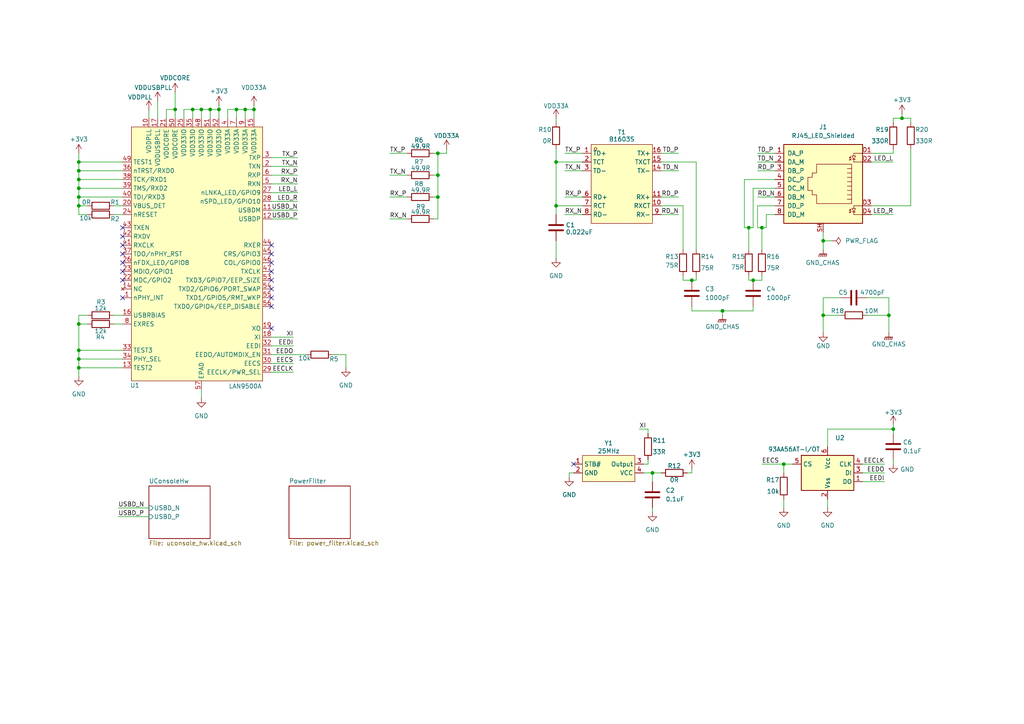
<source format=kicad_sch>
(kicad_sch (version 20250114) (generator "eeschema") (generator_version "9.0")
  (paper "A4")
  (lib_symbols
    (symbol "Device:C" (pin_numbers (hide yes)) (pin_names (offset 0.254))
      (property "Reference" "C" (at 0.635 2.54 0))
      (property "Value" "C" (at 0.635 -2.54 0))
      (symbol "C_0_1"
        (polyline (pts (xy -2.032 0.762) (xy 2.032 0.762)) (stroke (width 0.508)))
        (polyline (pts (xy -2.032 -0.762) (xy 2.032 -0.762)) (stroke (width 0.508)))
      )
      (symbol "C_1_1"
        (pin passive line (at 0 3.81 270) (length 2.794) (name "~") (number "1"))
        (pin passive line (at 0 -3.81 90) (length 2.794) (name "~") (number "2"))
      )
    )
    (symbol "Device:R" (pin_numbers (hide yes)) (pin_names (offset 0))
      (property "Reference" "R" (at 2.032 0 90))
      (property "Value" "R" (at 0 0 90))
      (symbol "R_0_1"
        (rectangle (start -1.016 -2.54) (end 1.016 2.54) (stroke (width 0.254)))
      )
      (symbol "R_1_1"
        (pin passive line (at 0 3.81 270) (length 1.27) (name "~") (number "1"))
        (pin passive line (at 0 -3.81 90) (length 1.27) (name "~") (number "2"))
      )
    )
    (symbol "Memory_EEPROM:93AAxxAT-xOT"
      (property "Reference" "U" (at -7.62 6.35 0))
      (property "Value" "93AAxxAT-xOT" (at 1.27 6.35 0))
      (symbol "93AAxxAT-xOT_1_1"
        (rectangle (start -7.62 5.08) (end 7.62 -5.08) (stroke (width 0.254)) (fill (type background)))
        (pin input line (at -10.16 2.54 0) (length 2.54) (name "CS") (number "5"))
        (pin power_in line (at 0 7.62 270) (length 2.54) (name "Vcc") (number "6"))
        (pin power_in line (at 0 -7.62 90) (length 2.54) (name "Vss") (number "2"))
        (pin input line (at 10.16 2.54 180) (length 2.54) (name "CLK") (number "4"))
        (pin input line (at 10.16 0 180) (length 2.54) (name "DI") (number "3"))
        (pin tri_state line (at 10.16 -2.54 180) (length 2.54) (name "DO") (number "1"))
      )
    )
    (symbol "power:+3V3" (power) (pin_numbers (hide yes)) (pin_names (offset 0) (hide yes))
      (property "Value" "+3V3" (at 0 3.556 0))
      (symbol "+3V3_0_1"
        (polyline (pts (xy -0.762 1.27) (xy 0 2.54)))
        (polyline (pts (xy 0 2.54) (xy 0.762 1.27)))
        (polyline (pts (xy 0 0) (xy 0 2.54)))
      )
      (symbol "+3V3_1_1"
        (pin power_in line (at 0 0 90) (length 0) (name "~") (number "1"))
      )
    )
    (symbol "power:GND" (power) (pin_numbers (hide yes)) (pin_names (offset 0) (hide yes))
      (property "Value" "GND" (at 0 -3.81 0))
      (symbol "GND_0_1"
        (polyline (pts (xy 0 0) (xy 0 -1.27) (xy 1.27 -1.27) (xy 0 -2.54) (xy -1.27 -1.27) (xy 0 -1.27)))
      )
      (symbol "GND_1_1"
        (pin power_in line (at 0 0 270) (length 0) (name "~") (number "1"))
      )
    )
    (symbol "power:GNDPWR" (power) (pin_numbers (hide yes)) (pin_names (offset 0) (hide yes))
      (property "Value" "GNDPWR" (at 0 -3.302 0))
      (symbol "GNDPWR_0_1"
        (polyline (pts (xy -1.016 -1.27) (xy -1.27 -2.032) (xy -1.27 -2.032)) (stroke (width 0.2032)))
        (polyline (pts (xy -0.508 -1.27) (xy -0.762 -2.032) (xy -0.762 -2.032)) (stroke (width 0.2032)))
        (polyline (pts (xy 0 -1.27) (xy 0 0)))
        (polyline (pts (xy 0 -1.27) (xy -0.254 -2.032) (xy -0.254 -2.032)) (stroke (width 0.2032)))
        (polyline (pts (xy 0.508 -1.27) (xy 0.254 -2.032) (xy 0.254 -2.032)) (stroke (width 0.2032)))
        (polyline (pts (xy 1.016 -1.27) (xy -1.016 -1.27) (xy -1.016 -1.27)) (stroke (width 0.2032)))
        (polyline (pts (xy 1.016 -1.27) (xy 0.762 -2.032) (xy 0.762 -2.032) (xy 0.762 -2.032)) (stroke (width 0.2032)))
      )
      (symbol "GNDPWR_1_1"
        (pin power_in line (at 0 0 270) (length 0) (name "~") (number "1"))
      )
    )
    (symbol "power:PWR_FLAG" (power) (pin_numbers (hide yes)) (pin_names (offset 0) (hide yes))
      (property "Value" "PWR_FLAG" (at 0 3.81 0))
      (symbol "PWR_FLAG_0_0"
        (pin power_out line (at 0 0 90) (length 0) (name "~") (number "1"))
      )
      (symbol "PWR_FLAG_0_1"
        (polyline (pts (xy 0 0) (xy 0 1.27) (xy -1.016 1.905) (xy 0 2.54) (xy 1.016 1.905) (xy 0 1.27)))
      )
    )
    (symbol "uConsole:B1603S"
      (property "Reference" "L2" (at 0 16.256 0))
      (property "Value" "B1603S" (at 0 14.224 0))
      (symbol "B1603S_1_0"
        (rectangle (start -8.89 12.7) (end 8.89 -10.16) (fill (type background)))
        (circle (center -7.62 11.43) (radius 0.381))
        (pin passive line (at -11.43 10.16 0) (length 2.54) (name "TD+") (number "1"))
        (pin passive line (at -11.43 7.62 0) (length 2.54) (name "TCT") (number "2"))
        (pin passive line (at -11.43 5.08 0) (length 2.54) (name "TD-") (number "3"))
        (pin no_connect line (at -11.43 2.54 0) (length 2.54) (hide yes) (name "NC") (number "4"))
        (pin no_connect line (at -11.43 0 0) (length 2.54) (hide yes) (name "NC") (number "5"))
        (pin passive line (at -11.43 -2.54 0) (length 2.54) (name "RD+") (number "6"))
        (pin passive line (at -11.43 -5.08 0) (length 2.54) (name "RCT") (number "7"))
        (pin passive line (at -11.43 -7.62 0) (length 2.54) (name "RD-") (number "8"))
        (pin passive line (at 11.43 10.16 180) (length 2.54) (name "TX+") (number "16"))
        (pin passive line (at 11.43 7.62 180) (length 2.54) (name "TXCT") (number "15"))
        (pin passive line (at 11.43 5.08 180) (length 2.54) (name "TX-") (number "14"))
        (pin no_connect line (at 11.43 2.54 180) (length 2.54) (hide yes) (name "NC") (number "13"))
        (pin no_connect line (at 11.43 0 180) (length 2.54) (hide yes) (name "NC") (number "12"))
        (pin passive line (at 11.43 -2.54 180) (length 2.54) (name "RX+") (number "11"))
        (pin passive line (at 11.43 -5.08 180) (length 2.54) (name "RXCT") (number "10"))
        (pin passive line (at 11.43 -7.62 180) (length 2.54) (name "RX-") (number "9"))
      )
    )
    (symbol "uConsole:DSC1001CI2-025.0000T"
      (property "Reference" "U" (at 0 7.112 0))
      (property "Value" "25MHz" (at 0 5.08 0))
      (symbol "DSC1001CI2-025.0000T_1_0"
        (rectangle (start -7.62 3.81) (end 7.62 -3.81) (fill (type background)))
        (pin input line (at -10.16 1.27 0) (length 2.54) (name "STB#") (number "1"))
        (pin power_in line (at -10.16 -1.27 0) (length 2.54) (name "GND") (number "2"))
        (pin output line (at 10.16 1.27 180) (length 2.54) (name "Output") (number "3"))
        (pin input line (at 10.16 -1.27 180) (length 2.54) (name "VCC") (number "4"))
      )
    )
    (symbol "uConsole:LAN9500A-ABZJ-TR_1"
      (property "Reference" "U" (at -18.288 -38.1 0))
      (symbol "LAN9500A-ABZJ-TR_1_1_0"
        (rectangle (start -19.05 36.83) (end 19.05 -36.83) (fill (type background)))
        (pin input line (at -21.59 26.67 0) (length 2.54) (name "TEST1") (number "49"))
        (pin input line (at -21.59 24.13 0) (length 2.54) (name "nTRST/RXD0") (number "36"))
        (pin input line (at -21.59 21.59 0) (length 2.54) (name "TCK/RXD1") (number "38"))
        (pin input line (at -21.59 19.05 0) (length 2.54) (name "TMS/RXD2") (number "39"))
        (pin input line (at -21.59 16.51 0) (length 2.54) (name "TDI/RXD3") (number "40"))
        (pin input line (at -21.59 13.97 0) (length 2.54) (name "VBUS_DET") (number "20"))
        (pin input line (at -21.59 11.43 0) (length 2.54) (name "nRESET") (number "24"))
        (pin input line (at -21.59 7.62 0) (length 2.54) (name "TXEN") (number "43"))
        (pin unspecified line (at -21.59 5.08 0) (length 2.54) (name "RXDV") (number "42"))
        (pin unspecified line (at -21.59 2.54 0) (length 2.54) (name "RXCLK") (number "41"))
        (pin unspecified line (at -21.59 0 0) (length 2.54) (name "TDO/nPHY_RST") (number "37"))
        (pin unspecified line (at -21.59 -2.54 0) (length 2.54) (name "nFDX_LED/GPIO8") (number "26"))
        (pin unspecified line (at -21.59 -5.08 0) (length 2.54) (name "MDIO/GPIO1") (number "23"))
        (pin unspecified line (at -21.59 -7.62 0) (length 2.54) (name "MDC/GPIO2") (number "22"))
        (pin no_connect line (at -21.59 -10.16 0) (length 2.54) (name "NC") (number "14"))
        (pin unspecified line (at -21.59 -12.7 0) (length 2.54) (name "nPHY_INT") (number "1"))
        (pin input line (at -21.59 -17.78 0) (length 2.54) (name "USBRBIAS") (number "16"))
        (pin input line (at -21.59 -20.32 0) (length 2.54) (name "EXRES") (number "8"))
        (pin input line (at -21.59 -27.94 0) (length 2.54) (name "TEST3") (number "33"))
        (pin input line (at -21.59 -30.48 0) (length 2.54) (name "PHY_SEL") (number "34"))
        (pin input line (at -21.59 -33.02 0) (length 2.54) (name "TEST2") (number "13"))
        (pin power_in line (at -13.97 39.37 270) (length 2.54) (name "VDDPLL") (number "10"))
        (pin power_in line (at -11.43 39.37 270) (length 2.54) (name "VDDUSBPLL") (number "17"))
        (pin power_in line (at -8.89 39.37 270) (length 2.54) (name "VDDCORE") (number "21"))
        (pin power_in line (at -6.35 39.37 270) (length 2.54) (name "VDDCORE") (number "50"))
        (pin power_in line (at -3.81 39.37 270) (length 2.54) (name "VDD33IO") (number "25"))
        (pin power_in line (at -1.27 39.37 270) (length 2.54) (name "VDD33IO") (number "35"))
        (pin power_in line (at 1.27 39.37 270) (length 2.54) (name "VDD33IO") (number "48"))
        (pin power_in line (at 1.27 -39.37 90) (length 2.54) (name "EPAD") (number "57"))
        (pin power_in line (at 3.81 39.37 270) (length 2.54) (name "VDD33IO") (number "51"))
        (pin power_in line (at 6.35 39.37 270) (length 2.54) (name "VDD33IO") (number "52"))
        (pin power_in line (at 8.89 39.37 270) (length 2.54) (name "VDD33A") (number "4"))
        (pin power_in line (at 11.43 39.37 270) (length 2.54) (name "VDD33A") (number "7"))
        (pin power_in line (at 13.97 39.37 270) (length 2.54) (name "VDD33A") (number "9"))
        (pin power_in line (at 16.51 39.37 270) (length 2.54) (name "VDD33A") (number "15"))
        (pin bidirectional line (at 21.59 27.94 180) (length 2.54) (name "TXP") (number "3"))
        (pin bidirectional line (at 21.59 25.4 180) (length 2.54) (name "TXN") (number "2"))
        (pin bidirectional line (at 21.59 22.86 180) (length 2.54) (name "RXP") (number "6"))
        (pin bidirectional line (at 21.59 20.32 180) (length 2.54) (name "RXN") (number "5"))
        (pin bidirectional line (at 21.59 17.78 180) (length 2.54) (name "nLNKA_LED/GPIO9") (number "27"))
        (pin bidirectional line (at 21.59 15.24 180) (length 2.54) (name "nSPD_LED/GPIO10") (number "28"))
        (pin bidirectional line (at 21.59 12.7 180) (length 2.54) (name "USBDM") (number "11"))
        (pin bidirectional line (at 21.59 10.16 180) (length 2.54) (name "USBDP") (number "12"))
        (pin bidirectional line (at 21.59 2.54 180) (length 2.54) (name "RXER") (number "44"))
        (pin bidirectional line (at 21.59 0 180) (length 2.54) (name "CRS/GPIO3") (number "45"))
        (pin bidirectional line (at 21.59 -2.54 180) (length 2.54) (name "COL/GPIO0") (number "46"))
        (pin bidirectional line (at 21.59 -5.08 180) (length 2.54) (name "TXCLK") (number "47"))
        (pin bidirectional line (at 21.59 -7.62 180) (length 2.54) (name "TXD3/GPIO7/EEP_SIZE") (number "53"))
        (pin bidirectional line (at 21.59 -10.16 180) (length 2.54) (name "TXD2/GPIO6/PORT_SWAP") (number "54"))
        (pin bidirectional line (at 21.59 -12.7 180) (length 2.54) (name "TXD1/GPIO5/RMT_WKP") (number "55"))
        (pin bidirectional line (at 21.59 -15.24 180) (length 2.54) (name "TXD0/GPIO4/EEP_DISABLE") (number "56"))
        (pin output line (at 21.59 -21.59 180) (length 2.54) (name "XO") (number "19"))
        (pin input line (at 21.59 -24.13 180) (length 2.54) (name "XI") (number "18"))
        (pin input line (at 21.59 -26.67 180) (length 2.54) (name "EEDI") (number "32"))
        (pin bidirectional line (at 21.59 -29.21 180) (length 2.54) (name "EEDO/AUTOMDIX_EN") (number "31"))
        (pin output line (at 21.59 -31.75 180) (length 2.54) (name "EECS") (number "30"))
        (pin bidirectional line (at 21.59 -34.29 180) (length 2.54) (name "EECLK/PWR_SEL") (number "29"))
      )
    )
    (symbol "uConsole:RJ45_LED_Shielded" (pin_names (offset 1.016))
      (property "Reference" "J" (at -0.254 14.732 0))
      (property "Value" "RJ45_LED_Shielded" (at 0 12.7 0))
      (symbol "RJ45_LED_Shielded_0_1"
        (rectangle (start -11.43 11.43) (end 11.43 -11.43) (stroke (width 0.254)) (fill (type background)))
        (polyline (pts (xy 6.985 -1.905) (xy 8.255 -1.905) (xy 8.255 -1.905)))
        (polyline (pts (xy 6.985 -3.175) (xy 8.255 -3.175)))
        (polyline (pts (xy 6.985 -4.445) (xy 8.255 -4.445)))
        (polyline (pts (xy 7.62 7.493) (xy 7.747 7.874)))
        (polyline (pts (xy 7.62 6.858) (xy 7.747 7.239)))
        (polyline (pts (xy 7.62 -7.747) (xy 7.747 -7.366)))
        (polyline (pts (xy 7.62 -8.382) (xy 7.747 -8.001)))
        (polyline (pts (xy 8.128 8.001) (xy 7.62 7.493) (xy 8.001 7.62)))
        (polyline (pts (xy 8.128 7.366) (xy 7.62 6.858) (xy 8.001 6.985)))
        (polyline (pts (xy 8.128 -7.239) (xy 7.62 -7.747) (xy 8.001 -7.62)))
        (polyline (pts (xy 8.128 -7.874) (xy 7.62 -8.382) (xy 8.001 -8.255)))
        (polyline (pts (xy 8.255 5.715) (xy 8.255 -5.715) (xy -1.905 -5.715) (xy -1.905 -3.175) (xy -3.175 -3.175) (xy -3.175 -1.905) (xy -4.445 -1.905) (xy -4.445 1.905) (xy -3.175 1.905) (xy -3.175 3.175) (xy -1.905 3.175) (xy -1.905 5.715) (xy 8.255 5.715) (xy 8.255 5.715)))
        (polyline (pts (xy 8.255 4.445) (xy 6.985 4.445) (xy 6.985 4.445)))
        (polyline (pts (xy 8.255 3.175) (xy 6.985 3.175) (xy 6.985 3.175)))
        (polyline (pts (xy 8.255 1.905) (xy 6.985 1.905) (xy 6.985 1.905)))
        (polyline (pts (xy 8.255 0.635) (xy 6.985 0.635) (xy 6.985 0.635)))
        (polyline (pts (xy 8.255 -0.635) (xy 6.985 -0.635) (xy 6.985 -0.635)))
        (polyline (pts (xy 8.89 8.89) (xy 8.89 8.128)))
        (polyline (pts (xy 8.89 7.112) (xy 9.398 8.128) (xy 8.382 8.128) (xy 8.89 7.112)))
        (polyline (pts (xy 8.89 6.35) (xy 8.89 7.112)))
        (polyline (pts (xy 8.89 -6.35) (xy 8.89 -7.112)))
        (polyline (pts (xy 8.89 -8.128) (xy 9.398 -7.112) (xy 8.382 -7.112) (xy 8.89 -8.128)))
        (polyline (pts (xy 8.89 -8.89) (xy 8.89 -8.128)))
        (polyline (pts (xy 9.398 7.112) (xy 8.382 7.112)))
        (polyline (pts (xy 9.398 -8.128) (xy 8.382 -8.128)))
        (polyline (pts (xy 11.43 8.89) (xy 8.89 8.89)))
        (polyline (pts (xy 11.43 6.35) (xy 8.89 6.35)))
        (polyline (pts (xy 11.43 -6.35) (xy 8.89 -6.35)))
        (polyline (pts (xy 11.43 -8.89) (xy 8.89 -8.89)))
      )
      (symbol "RJ45_LED_Shielded_1_1"
        (pin passive line (at -13.97 8.89 0) (length 2.54) (name "DA_P") (number "1"))
        (pin passive line (at -13.97 6.35 0) (length 2.54) (name "DA_M") (number "2"))
        (pin passive line (at -13.97 3.81 0) (length 2.54) (name "DB_P") (number "3"))
        (pin passive line (at -13.97 1.27 0) (length 2.54) (name "DC_P") (number "4"))
        (pin passive line (at -13.97 -1.27 0) (length 2.54) (name "DC_M") (number "5"))
        (pin passive line (at -13.97 -3.81 0) (length 2.54) (name "DB_M") (number "6"))
        (pin passive line (at -13.97 -6.35 0) (length 2.54) (name "DD_P") (number "7"))
        (pin passive line (at -13.97 -8.89 0) (length 2.54) (name "DD_M") (number "8"))
        (pin passive line (at 0 -13.97 90) (length 2.54) (name "~") (number "SH"))
        (pin passive line (at 13.97 8.89 180) (length 2.54) (name "") (number "D1"))
        (pin passive line (at 13.97 6.35 180) (length 2.54) (name "") (number "D2"))
        (pin passive line (at 13.97 -6.35 180) (length 2.54) (name "") (number "D3"))
        (pin passive line (at 13.97 -8.89 180) (length 2.54) (name "") (number "D4"))
      )
    )
  )
  (junction (at 22.86 101.6))
  (junction (at 60.96 31.75))
  (junction (at 217.17 66.04))
  (junction (at 261.62 34.29))
  (junction (at 257.81 91.44))
  (junction (at 58.42 31.75))
  (junction (at 227.33 134.62))
  (junction (at 22.86 54.61))
  (junction (at 22.86 93.98))
  (junction (at 22.86 106.68))
  (junction (at 127 44.45))
  (junction (at 127 50.8))
  (junction (at 22.86 49.53))
  (junction (at 55.88 31.75))
  (junction (at 22.86 59.69))
  (junction (at 200.66 81.28))
  (junction (at 22.86 46.99))
  (junction (at 209.55 90.17))
  (junction (at 73.66 31.75))
  (junction (at 63.5 31.75))
  (junction (at 161.29 46.99))
  (junction (at 220.98 66.04))
  (junction (at 161.29 59.69))
  (junction (at 259.08 124.46))
  (junction (at 127 57.15))
  (junction (at 50.8 31.75))
  (junction (at 189.23 137.16))
  (junction (at 22.86 52.07))
  (junction (at 22.86 104.14))
  (junction (at 68.58 31.75))
  (junction (at 218.44 81.28))
  (junction (at 238.76 69.85))
  (junction (at 71.12 31.75))
  (junction (at 238.76 91.44))
  (junction (at 22.86 57.15))
  (no_connect (at 78.74 78.74))
  (no_connect (at 35.56 76.2))
  (no_connect (at 78.74 71.12))
  (no_connect (at 78.74 81.28))
  (no_connect (at 35.56 66.04))
  (no_connect (at 78.74 95.25))
  (no_connect (at 35.56 86.36))
  (no_connect (at 78.74 83.82))
  (no_connect (at 78.74 88.9))
  (no_connect (at 166.37 134.62))
  (no_connect (at 35.56 78.74))
  (no_connect (at 78.74 76.2))
  (no_connect (at 35.56 81.28))
  (no_connect (at 78.74 86.36))
  (no_connect (at 78.74 73.66))
  (no_connect (at 35.56 71.12))
  (no_connect (at 35.56 73.66))
  (no_connect (at 35.56 68.58))
  (wire (pts (xy 161.29 46.99) (xy 161.29 43.18)))
  (wire (pts (xy 25.4 59.69) (xy 22.86 59.69)))
  (wire (pts (xy 219.71 46.99) (xy 224.79 46.99)))
  (wire (pts (xy 34.29 149.86) (xy 43.18 149.86)))
  (wire (pts (xy 127 44.45) (xy 125.73 44.45)))
  (wire (pts (xy 215.9 66.04) (xy 215.9 52.07)))
  (wire (pts (xy 78.74 97.79) (xy 85.09 97.79)))
  (wire (pts (xy 191.77 46.99) (xy 201.93 46.99)))
  (wire (pts (xy 22.86 91.44) (xy 22.86 93.98)))
  (wire (pts (xy 22.86 52.07) (xy 35.56 52.07)))
  (wire (pts (xy 127 57.15) (xy 127 50.8)))
  (wire (pts (xy 35.56 106.68) (xy 22.86 106.68)))
  (wire (pts (xy 259.08 123.19) (xy 259.08 124.46)))
  (wire (pts (xy 200.66 137.16) (xy 200.66 135.89)))
  (wire (pts (xy 187.96 134.62) (xy 187.96 133.35)))
  (wire (pts (xy 220.98 81.28) (xy 220.98 80.01)))
  (wire (pts (xy 200.66 90.17) (xy 209.55 90.17)))
  (wire (pts (xy 163.83 44.45) (xy 168.91 44.45)))
  (wire (pts (xy 217.17 66.04) (xy 215.9 66.04)))
  (wire (pts (xy 168.91 59.69) (xy 161.29 59.69)))
  (wire (pts (xy 78.74 53.34) (xy 86.36 53.34)))
  (wire (pts (xy 22.86 101.6) (xy 35.56 101.6)))
  (wire (pts (xy 161.29 69.85) (xy 161.29 74.93)))
  (wire (pts (xy 66.04 34.29) (xy 66.04 31.75)))
  (wire (pts (xy 217.17 66.04) (xy 217.17 72.39)))
  (wire (pts (xy 43.18 31.75) (xy 43.18 34.29)))
  (wire (pts (xy 73.66 31.75) (xy 73.66 34.29)))
  (wire (pts (xy 78.74 50.8) (xy 86.36 50.8)))
  (wire (pts (xy 238.76 91.44) (xy 243.84 91.44)))
  (wire (pts (xy 259.08 34.29) (xy 261.62 34.29)))
  (wire (pts (xy 259.08 35.56) (xy 259.08 34.29)))
  (wire (pts (xy 240.03 129.54) (xy 240.03 124.46)))
  (wire (pts (xy 66.04 31.75) (xy 68.58 31.75)))
  (wire (pts (xy 218.44 81.28) (xy 220.98 81.28)))
  (wire (pts (xy 22.86 52.07) (xy 22.86 49.53)))
  (wire (pts (xy 191.77 44.45) (xy 196.85 44.45)))
  (wire (pts (xy 161.29 34.29) (xy 161.29 35.56)))
  (wire (pts (xy 50.8 31.75) (xy 50.8 34.29)))
  (wire (pts (xy 127 63.5) (xy 127 57.15)))
  (wire (pts (xy 243.84 86.36) (xy 238.76 86.36)))
  (wire (pts (xy 78.74 48.26) (xy 86.36 48.26)))
  (wire (pts (xy 198.12 80.01) (xy 198.12 81.28)))
  (wire (pts (xy 25.4 91.44) (xy 22.86 91.44)))
  (wire (pts (xy 161.29 59.69) (xy 161.29 46.99)))
  (wire (pts (xy 78.74 45.72) (xy 86.36 45.72)))
  (wire (pts (xy 78.74 55.88) (xy 86.36 55.88)))
  (wire (pts (xy 125.73 50.8) (xy 127 50.8)))
  (wire (pts (xy 217.17 80.01) (xy 217.17 81.28)))
  (wire (pts (xy 250.19 134.62) (xy 256.54 134.62)))
  (wire (pts (xy 222.25 66.04) (xy 222.25 62.23)))
  (wire (pts (xy 264.16 34.29) (xy 264.16 35.56)))
  (wire (pts (xy 22.86 49.53) (xy 22.86 46.99)))
  (wire (pts (xy 48.26 31.75) (xy 50.8 31.75)))
  (wire (pts (xy 220.98 66.04) (xy 220.98 72.39)))
  (wire (pts (xy 129.54 43.18) (xy 129.54 44.45)))
  (wire (pts (xy 25.4 62.23) (xy 22.86 62.23)))
  (wire (pts (xy 25.4 93.98) (xy 22.86 93.98)))
  (wire (pts (xy 60.96 31.75) (xy 63.5 31.75)))
  (wire (pts (xy 58.42 34.29) (xy 58.42 31.75)))
  (wire (pts (xy 252.73 59.69) (xy 264.16 59.69)))
  (wire (pts (xy 186.69 137.16) (xy 189.23 137.16)))
  (wire (pts (xy 68.58 34.29) (xy 68.58 31.75)))
  (wire (pts (xy 209.55 90.17) (xy 209.55 91.44)))
  (wire (pts (xy 22.86 54.61) (xy 22.86 52.07)))
  (wire (pts (xy 22.86 57.15) (xy 35.56 57.15)))
  (wire (pts (xy 252.73 46.99) (xy 259.08 46.99)))
  (wire (pts (xy 259.08 133.35) (xy 259.08 134.62)))
  (wire (pts (xy 118.11 50.8) (xy 113.03 50.8)))
  (wire (pts (xy 45.72 29.21) (xy 45.72 34.29)))
  (wire (pts (xy 127 50.8) (xy 127 44.45)))
  (wire (pts (xy 34.29 147.32) (xy 43.18 147.32)))
  (wire (pts (xy 48.26 34.29) (xy 48.26 31.75)))
  (wire (pts (xy 209.55 90.17) (xy 218.44 90.17)))
  (wire (pts (xy 71.12 31.75) (xy 71.12 34.29)))
  (wire (pts (xy 189.23 137.16) (xy 191.77 137.16)))
  (wire (pts (xy 257.81 86.36) (xy 257.81 91.44)))
  (wire (pts (xy 55.88 31.75) (xy 58.42 31.75)))
  (wire (pts (xy 63.5 30.48) (xy 63.5 31.75)))
  (wire (pts (xy 53.34 31.75) (xy 55.88 31.75)))
  (wire (pts (xy 73.66 30.48) (xy 73.66 31.75)))
  (wire (pts (xy 71.12 31.75) (xy 73.66 31.75)))
  (wire (pts (xy 259.08 124.46) (xy 259.08 125.73)))
  (wire (pts (xy 63.5 31.75) (xy 63.5 34.29)))
  (wire (pts (xy 259.08 44.45) (xy 259.08 43.18)))
  (wire (pts (xy 161.29 59.69) (xy 161.29 62.23)))
  (wire (pts (xy 200.66 88.9) (xy 200.66 90.17)))
  (wire (pts (xy 187.96 124.46) (xy 185.42 124.46)))
  (wire (pts (xy 261.62 34.29) (xy 264.16 34.29)))
  (wire (pts (xy 218.44 66.04) (xy 217.17 66.04)))
  (wire (pts (xy 60.96 34.29) (xy 60.96 31.75)))
  (wire (pts (xy 220.98 134.62) (xy 227.33 134.62)))
  (wire (pts (xy 251.46 91.44) (xy 257.81 91.44)))
  (wire (pts (xy 118.11 57.15) (xy 113.03 57.15)))
  (wire (pts (xy 78.74 58.42) (xy 86.36 58.42)))
  (wire (pts (xy 252.73 62.23) (xy 259.08 62.23)))
  (wire (pts (xy 33.02 59.69) (xy 35.56 59.69)))
  (wire (pts (xy 238.76 69.85) (xy 241.3 69.85)))
  (wire (pts (xy 215.9 52.07) (xy 224.79 52.07)))
  (wire (pts (xy 219.71 57.15) (xy 224.79 57.15)))
  (wire (pts (xy 166.37 137.16) (xy 165.1 137.16)))
  (wire (pts (xy 189.23 137.16) (xy 189.23 139.7)))
  (wire (pts (xy 78.74 63.5) (xy 86.36 63.5)))
  (wire (pts (xy 252.73 44.45) (xy 259.08 44.45)))
  (wire (pts (xy 264.16 59.69) (xy 264.16 43.18)))
  (wire (pts (xy 227.33 134.62) (xy 227.33 137.16)))
  (wire (pts (xy 240.03 124.46) (xy 259.08 124.46)))
  (wire (pts (xy 22.86 104.14) (xy 22.86 106.68)))
  (wire (pts (xy 50.8 26.67) (xy 50.8 31.75)))
  (wire (pts (xy 125.73 57.15) (xy 127 57.15)))
  (wire (pts (xy 261.62 33.02) (xy 261.62 34.29)))
  (wire (pts (xy 33.02 91.44) (xy 35.56 91.44)))
  (wire (pts (xy 118.11 63.5) (xy 113.03 63.5)))
  (wire (pts (xy 218.44 90.17) (xy 218.44 88.9)))
  (wire (pts (xy 78.74 107.95) (xy 85.09 107.95)))
  (wire (pts (xy 78.74 102.87) (xy 88.9 102.87)))
  (wire (pts (xy 199.39 137.16) (xy 200.66 137.16)))
  (wire (pts (xy 22.86 62.23) (xy 22.86 59.69)))
  (wire (pts (xy 186.69 134.62) (xy 187.96 134.62)))
  (wire (pts (xy 118.11 44.45) (xy 113.03 44.45)))
  (wire (pts (xy 238.76 86.36) (xy 238.76 91.44)))
  (wire (pts (xy 220.98 66.04) (xy 222.25 66.04)))
  (wire (pts (xy 218.44 54.61) (xy 218.44 66.04)))
  (wire (pts (xy 224.79 54.61) (xy 218.44 54.61)))
  (wire (pts (xy 219.71 66.04) (xy 220.98 66.04)))
  (wire (pts (xy 125.73 63.5) (xy 127 63.5)))
  (wire (pts (xy 198.12 72.39) (xy 198.12 59.69)))
  (wire (pts (xy 33.02 62.23) (xy 35.56 62.23)))
  (wire (pts (xy 227.33 144.78) (xy 227.33 147.32)))
  (wire (pts (xy 240.03 144.78) (xy 240.03 147.32)))
  (wire (pts (xy 189.23 147.32) (xy 189.23 148.59)))
  (wire (pts (xy 222.25 62.23) (xy 224.79 62.23)))
  (wire (pts (xy 191.77 62.23) (xy 196.85 62.23)))
  (wire (pts (xy 22.86 106.68) (xy 22.86 109.22)))
  (wire (pts (xy 22.86 104.14) (xy 35.56 104.14)))
  (wire (pts (xy 78.74 105.41) (xy 85.09 105.41)))
  (wire (pts (xy 22.86 93.98) (xy 22.86 101.6)))
  (wire (pts (xy 58.42 113.03) (xy 58.42 115.57)))
  (wire (pts (xy 250.19 137.16) (xy 256.54 137.16)))
  (wire (pts (xy 201.93 81.28) (xy 201.93 80.01)))
  (wire (pts (xy 257.81 91.44) (xy 257.81 96.52)))
  (wire (pts (xy 251.46 86.36) (xy 257.81 86.36)))
  (wire (pts (xy 78.74 60.96) (xy 86.36 60.96)))
  (wire (pts (xy 238.76 69.85) (xy 238.76 72.39)))
  (wire (pts (xy 187.96 125.73) (xy 187.96 124.46)))
  (wire (pts (xy 35.56 46.99) (xy 22.86 46.99)))
  (wire (pts (xy 96.52 102.87) (xy 100.33 102.87)))
  (wire (pts (xy 22.86 59.69) (xy 22.86 57.15)))
  (wire (pts (xy 200.66 81.28) (xy 201.93 81.28)))
  (wire (pts (xy 219.71 59.69) (xy 219.71 66.04)))
  (wire (pts (xy 168.91 46.99) (xy 161.29 46.99)))
  (wire (pts (xy 58.42 31.75) (xy 60.96 31.75)))
  (wire (pts (xy 163.83 49.53) (xy 168.91 49.53)))
  (wire (pts (xy 22.86 101.6) (xy 22.86 104.14)))
  (wire (pts (xy 198.12 59.69) (xy 191.77 59.69)))
  (wire (pts (xy 163.83 62.23) (xy 168.91 62.23)))
  (wire (pts (xy 163.83 57.15) (xy 168.91 57.15)))
  (wire (pts (xy 100.33 102.87) (xy 100.33 106.68)))
  (wire (pts (xy 129.54 44.45) (xy 127 44.45)))
  (wire (pts (xy 33.02 93.98) (xy 35.56 93.98)))
  (wire (pts (xy 227.33 134.62) (xy 229.87 134.62)))
  (wire (pts (xy 238.76 91.44) (xy 238.76 96.52)))
  (wire (pts (xy 68.58 31.75) (xy 71.12 31.75)))
  (wire (pts (xy 22.86 49.53) (xy 35.56 49.53)))
  (wire (pts (xy 198.12 81.28) (xy 200.66 81.28)))
  (wire (pts (xy 219.71 44.45) (xy 224.79 44.45)))
  (wire (pts (xy 219.71 49.53) (xy 224.79 49.53)))
  (wire (pts (xy 224.79 59.69) (xy 219.71 59.69)))
  (wire (pts (xy 250.19 139.7) (xy 256.54 139.7)))
  (wire (pts (xy 191.77 57.15) (xy 196.85 57.15)))
  (wire (pts (xy 22.86 54.61) (xy 35.56 54.61)))
  (wire (pts (xy 22.86 57.15) (xy 22.86 54.61)))
  (wire (pts (xy 217.17 81.28) (xy 218.44 81.28)))
  (wire (pts (xy 55.88 31.75) (xy 55.88 34.29)))
  (wire (pts (xy 201.93 46.99) (xy 201.93 72.39)))
  (wire (pts (xy 191.77 49.53) (xy 196.85 49.53)))
  (wire (pts (xy 53.34 34.29) (xy 53.34 31.75)))
  (wire (pts (xy 78.74 100.33) (xy 85.09 100.33)))
  (wire (pts (xy 165.1 137.16) (xy 165.1 138.43)))
  (wire (pts (xy 238.76 67.31) (xy 238.76 69.85)))
  (wire (pts (xy 22.86 44.45) (xy 22.86 46.99)))
  (label "EECS" (at 220.98 134.62 0))
  (label "LED_L" (at 259.08 46.99 180))
  (label "EEDI" (at 85.09 100.33 180))
  (label "RX_P" (at 163.83 57.15 0))
  (label "TX_P" (at 163.83 44.45 0))
  (label "RD_N" (at 196.85 62.23 180))
  (label "RX_P" (at 113.03 57.15 0))
  (label "EECLK" (at 85.09 107.95 180))
  (label "LED_L" (at 86.36 55.88 180))
  (label "RD_P" (at 196.85 57.15 180))
  (label "RD_N" (at 219.71 57.15 0))
  (label "USBD_P" (at 34.29 149.86 0))
  (label "RD_P" (at 219.71 49.53 0))
  (label "EEDI" (at 256.54 139.7 180))
  (label "TX_N" (at 163.83 49.53 0))
  (label "USBD_P" (at 86.36 63.5 180))
  (label "TD_N" (at 196.85 49.53 180))
  (label "LED_R" (at 86.36 58.42 180))
  (label "LED_R" (at 259.08 62.23 180))
  (label "TD_P" (at 219.71 44.45 0))
  (label "TX_P" (at 113.03 44.45 0))
  (label "TD_P" (at 196.85 44.45 180))
  (label "EEDO" (at 256.54 137.16 180))
  (label "TX_N" (at 113.03 50.8 0))
  (label "TD_N" (at 219.71 46.99 0))
  (label "TX_N" (at 86.36 48.26 180))
  (label "XI" (at 85.09 97.79 180))
  (label "EEDO" (at 85.09 102.87 180))
  (label "RX_N" (at 86.36 53.34 180))
  (label "EECLK" (at 256.54 134.62 180))
  (label "RX_P" (at 86.36 50.8 180))
  (label "TX_P" (at 86.36 45.72 180))
  (label "USBD_N" (at 34.29 147.32 0))
  (label "EECS" (at 85.09 105.41 180))
  (label "USBD_N" (at 86.36 60.96 180))
  (label "RX_N" (at 113.03 63.5 0))
  (label "XI" (at 185.42 124.46 0))
  (label "RX_N" (at 163.83 62.23 0))
  (symbol (lib_id "Device:R") (at 259.08 39.37 0) (mirror y) (unit 1)
    (property "Reference" "R19" (at 257.81 37.592 0) (effects (justify left)))
    (property "Value" "330R" (at 257.81 40.894 0) (effects (justify left)))
    (property "Footprint" "Resistor_SMD:R_0603_1608Metric" (effects (hide yes)))
    (property "Description" "Resistor" (effects (hide yes)))
  )
  (symbol (lib_id "power:GND") (at 22.86 109.22 0) (unit 1)
    (property "Reference" "#PWR02" (effects (hide yes)))
    (property "Value" "GND" (at 22.86 114.3 0))
    (property "Description" "Power symbol creates a global label with name \"GND\" , ground" (effects (hide yes)))
  )
  (symbol (lib_id "power:+3V3") (at 259.08 123.19 0) (unit 1)
    (property "Reference" "#PWR022" (effects (hide yes)))
    (property "Value" "+3V3" (at 259.08 119.634 0))
    (property "Description" "Power symbol creates a global label with name \"+3V3\"" (effects (hide yes)))
  )
  (symbol (lib_id "Device:R") (at 220.98 76.2 0) (unit 1)
    (property "Reference" "R16" (at 222.25 74.422 0) (effects (justify left)))
    (property "Value" "75R" (at 222.25 77.724 0) (effects (justify left)))
    (property "Footprint" "Resistor_SMD:R_0603_1608Metric" (effects (hide yes)))
    (property "Description" "Resistor" (effects (hide yes)))
  )
  (symbol (lib_id "power:GND") (at 100.33 106.68 0) (unit 1)
    (property "Reference" "#PWR09" (effects (hide yes)))
    (property "Value" "GND" (at 100.33 111.76 0))
    (property "Description" "Power symbol creates a global label with name \"GND\" , ground" (effects (hide yes)))
  )
  (symbol (lib_id "power:GND") (at 165.1 138.43 0) (unit 1)
    (property "Reference" "#PWR013" (effects (hide yes)))
    (property "Value" "GND" (at 165.1 143.51 0))
    (property "Description" "Power symbol creates a global label with name \"GND\" , ground" (effects (hide yes)))
  )
  (symbol (lib_id "power:GND") (at 161.29 74.93 0) (unit 1)
    (property "Reference" "#PWR012" (effects (hide yes)))
    (property "Value" "GND" (at 161.29 80.01 0))
    (property "Description" "Power symbol creates a global label with name \"GND\" , ground" (effects (hide yes)))
  )
  (symbol (lib_id "power:+3V3") (at 73.66 30.48 0) (unit 1)
    (property "Reference" "#PWR08" (effects (hide yes)))
    (property "Value" "VDD33A" (at 73.66 25.4 0))
  )
  (symbol (lib_id "power:GNDPWR") (at 209.55 91.44 0) (unit 1)
    (property "Reference" "#PWR016" (effects (hide yes)))
    (property "Value" "GND_CHAS" (at 209.55 94.742 0))
    (property "Description" "Power symbol creates a global label with name \"GNDPWR\" , global ground" (effects (hide yes)))
  )
  (symbol (lib_id "uConsole:RJ45_LED_Shielded") (at 238.76 53.34 0) (unit 1)
    (property "Reference" "J1" (at 238.76 36.83 0))
    (property "Value" "RJ45_LED_Shielded" (at 238.76 39.37 0))
    (property "Footprint" "uConsole_fp:RJ45-005-014-11" (effects (hide yes)))
    (property "Description" "RJ connector, 8P8C (8 positions 8 connected), two LEDs, Shielded" (effects (hide yes)))
  )
  (symbol (lib_id "power:+3V3") (at 129.54 43.18 0) (unit 1)
    (property "Reference" "#PWR010" (effects (hide yes)))
    (property "Value" "VDD33A" (at 129.54 39.37 0))
  )
  (symbol (lib_id "power:PWR_FLAG") (at 241.3 69.85 270) (unit 1)
    (property "Reference" "#FLG01" (effects (hide yes)))
    (property "Value" "PWR_FLAG" (at 245.11 69.8499 90) (effects (justify left)))
    (property "Description" "Special symbol for telling ERC where power comes from" (effects (hide yes)))
  )
  (symbol (lib_id "Device:R") (at 187.96 129.54 0) (unit 1)
    (property "Reference" "R11" (at 189.23 127.762 0) (effects (justify left)))
    (property "Value" "33R" (at 189.23 131.064 0) (effects (justify left)))
    (property "Footprint" "Resistor_SMD:R_0603_1608Metric" (effects (hide yes)))
    (property "Description" "Resistor" (effects (hide yes)))
  )
  (symbol (lib_id "Device:R") (at 247.65 91.44 90) (unit 1)
    (property "Reference" "R18" (at 244.856 90.17 90) (effects (justify left)))
    (property "Value" "10M" (at 250.698 90.17 90) (effects (justify right)))
    (property "Footprint" "Resistor_SMD:R_0603_1608Metric" (effects (hide yes)))
    (property "Description" "Resistor" (effects (hide yes)))
  )
  (symbol (lib_id "power:+3V3") (at 200.66 135.89 0) (unit 1)
    (property "Reference" "#PWR015" (effects (hide yes)))
    (property "Value" "+3V3" (at 200.66 131.826 0))
    (property "Description" "Power symbol creates a global label with name \"+3V3\"" (effects (hide yes)))
  )
  (symbol (lib_id "uConsole:B1603S") (at 180.34 54.61 0) (unit 1)
    (property "Reference" "T1" (at 180.34 38.354 0))
    (property "Value" "B1603S" (at 180.34 40.386 0))
    (property "Footprint" "Package_SO:SOIC-16W_7.5x12.8mm_P1.27mm" (effects (hide yes)))
    (property "Datasheet" "https://atta.szlcsc.com/upload/public/pdf/source/20241015/F5E3800960C7BE473C9A116986C1F6D6.pdf" (effects (hide yes)))
    (property "Description" "Turns Ratio: port:Single port rate:100M Inductor:350uH HI-POT:1.5kV operating temperature:0°C~+70°C operating temperature:0°C~+70°C" (effects (hide yes)))
    (property "Manufacturer Part" "B1603S" (effects (hide yes)))
    (property "Manufacturer" "CND-tek(磁联达)" (effects (hide yes)))
    (property "Supplier Part" "C3003215" (effects (hide yes)))
    (property "Supplier" "LCSC" (effects (hide yes)))
    (property "LCSC Part Name" "B1603S" (effects (hide yes)))
  )
  (symbol (lib_id "Device:C") (at 259.08 129.54 0) (unit 1)
    (property "Reference" "C6" (at 261.874 128.27 0) (effects (justify left)))
    (property "Value" "0.1uF" (at 261.874 130.81 0) (effects (justify left)))
    (property "Footprint" "Capacitor_SMD:C_0603_1608Metric" (effects (hide yes)))
    (property "Description" "Unpolarized capacitor" (effects (hide yes)))
  )
  (symbol (lib_id "power:+3V3") (at 50.8 26.67 0) (unit 1)
    (property "Reference" "#PWR05" (effects (hide yes)))
    (property "Value" "VDDCORE" (at 50.8 22.606 0))
  )
  (symbol (lib_id "power:GNDPWR") (at 238.76 72.39 0) (unit 1)
    (property "Reference" "#PWR018" (effects (hide yes)))
    (property "Value" "GND_CHAS" (at 238.633 76.2 0))
    (property "Description" "Power symbol creates a global label with name \"GNDPWR\" , global ground" (effects (hide yes)))
  )
  (symbol (lib_id "power:GNDPWR") (at 257.81 96.52 0) (unit 1)
    (property "Reference" "#PWR021" (effects (hide yes)))
    (property "Value" "GND_CHAS" (at 257.81 99.822 0))
    (property "Description" "Power symbol creates a global label with name \"GNDPWR\" , global ground" (effects (hide yes)))
  )
  (symbol (lib_id "Device:R") (at 29.21 91.44 270) (mirror x) (unit 1)
    (property "Reference" "R3" (at 27.94 87.63 90) (effects (justify left)))
    (property "Value" "12k" (at 29.21 89.408 90))
    (property "Footprint" "Resistor_SMD:R_0603_1608Metric" (effects (hide yes)))
    (property "Description" "Resistor" (effects (hide yes)))
  )
  (symbol (lib_id "power:+3V3") (at 45.72 29.21 0) (unit 1)
    (property "Reference" "#PWR04" (effects (hide yes)))
    (property "Value" "VDDUSBPLL" (at 44.45 25.4 0))
  )
  (symbol (lib_id "Device:R") (at 161.29 39.37 0) (mirror y) (unit 1)
    (property "Reference" "R10" (at 160.02 37.592 0) (effects (justify left)))
    (property "Value" "0R" (at 160.02 40.894 0) (effects (justify left)))
    (property "Footprint" "Resistor_SMD:R_0603_1608Metric" (effects (hide yes)))
    (property "Description" "Resistor" (effects (hide yes)))
  )
  (symbol (lib_id "Device:R") (at 217.17 76.2 0) (unit 1)
    (property "Reference" "R15" (at 216.154 74.422 0) (effects (justify right)))
    (property "Value" "75R" (at 215.9 77.47 0) (effects (justify right)))
    (property "Footprint" "Resistor_SMD:R_0603_1608Metric" (effects (hide yes)))
    (property "Description" "Resistor" (effects (hide yes)))
  )
  (symbol (lib_id "power:GND") (at 227.33 147.32 0) (unit 1)
    (property "Reference" "#PWR017" (effects (hide yes)))
    (property "Value" "GND" (at 227.33 152.4 0))
    (property "Description" "Power symbol creates a global label with name \"GND\" , ground" (effects (hide yes)))
  )
  (symbol (lib_id "uConsole:LAN9500A-ABZJ-TR_1") (at 57.15 73.66 0) (unit 1)
    (property "Reference" "U1" (at 39.116 111.76 0))
    (property "Value" "LAN9500A" (at 71.12 112.014 0))
    (property "Footprint" "Package_DFN_QFN:QFN-56-1EP_8x8mm_P0.5mm_EP5.9x5.9mm_ThermalVias" (effects (hide yes)))
    (property "Datasheet" "https://atta.szlcsc.com/upload/public/pdf/source/20220204/C2651877_26F84D71EF853C23E1A5F6738B48F68E.pdf" (effects (hide yes)))
    (property "Description" "Applications Function:USB to Ethernet Protocol: Number of Channels:- Supply Voltage:3.3V Supply Voltage:3.3V Data Rate:480Mbps Operating Temperature:-40°C~+85°C Operating Temperature:-40°C~+85°C" (effects (hide yes)))
    (property "Manufacturer Part" "LAN9500A-ABZJ-TR" (effects (hide yes)))
    (property "Manufacturer" "MICROCHIP(美国微芯)" (effects (hide yes)))
    (property "Supplier Part" "C2651877" (effects (hide yes)))
    (property "Supplier" "LCSC" (effects (hide yes)))
    (property "LCSC Part Name" "LAN950x USB 2.0 到 10/100 以太网控制器" (effects (hide yes)))
  )
  (symbol (lib_id "Device:R") (at 29.21 62.23 90) (mirror x) (unit 1)
    (property "Reference" "R2" (at 32.004 63.5 90) (effects (justify right)))
    (property "Value" "10k" (at 26.67 63.246 90) (effects (justify left)))
    (property "Footprint" "Resistor_SMD:R_0603_1608Metric" (effects (hide yes)))
    (property "Description" "Resistor" (effects (hide yes)))
  )
  (symbol (lib_id "Device:C") (at 218.44 85.09 0) (unit 1)
    (property "Reference" "C4" (at 222.25 83.8199 0) (effects (justify left)))
    (property "Value" "1000pF" (at 222.25 86.3599 0) (effects (justify left)))
    (property "Footprint" "Capacitor_SMD:C_1206_3216Metric" (effects (hide yes)))
    (property "Description" "Unpolarized capacitor" (effects (hide yes)))
  )
  (symbol (lib_id "power:GND") (at 189.23 148.59 0) (unit 1)
    (property "Reference" "#PWR014" (effects (hide yes)))
    (property "Value" "GND" (at 189.23 153.67 0))
    (property "Description" "Power symbol creates a global label with name \"GND\" , ground" (effects (hide yes)))
  )
  (symbol (lib_id "power:+3V3") (at 261.62 33.02 0) (unit 1)
    (property "Reference" "#PWR024" (effects (hide yes)))
    (property "Value" "+3V3" (at 261.62 28.956 0))
    (property "Description" "Power symbol creates a global label with name \"+3V3\"" (effects (hide yes)))
  )
  (symbol (lib_id "Device:C") (at 200.66 85.09 0) (unit 1)
    (property "Reference" "C3" (at 204.47 83.8199 0) (effects (justify left)))
    (property "Value" "1000pF" (at 204.47 86.3599 0) (effects (justify left)))
    (property "Footprint" "Capacitor_SMD:C_1206_3216Metric" (effects (hide yes)))
    (property "Description" "Unpolarized capacitor" (effects (hide yes)))
  )
  (symbol (lib_id "Device:C") (at 161.29 66.04 0) (unit 1)
    (property "Reference" "C1" (at 164.084 65.278 0) (effects (justify left)))
    (property "Value" "0.022uF" (at 164.084 67.31 0) (effects (justify left)))
    (property "Footprint" "Capacitor_SMD:C_0603_1608Metric" (effects (hide yes)))
    (property "Description" "Unpolarized capacitor" (effects (hide yes)))
  )
  (symbol (lib_id "Device:R") (at 121.92 50.8 270) (mirror x) (unit 1)
    (property "Reference" "R7" (at 120.142 46.99 90) (effects (justify left)))
    (property "Value" "49.9R" (at 119.126 48.768 90) (effects (justify left)))
    (property "Footprint" "Resistor_SMD:R_0603_1608Metric" (effects (hide yes)))
    (property "Description" "Resistor" (effects (hide yes)))
  )
  (symbol (lib_id "Device:R") (at 227.33 140.97 0) (mirror y) (unit 1)
    (property "Reference" "R17" (at 226.06 139.192 0) (effects (justify left)))
    (property "Value" "10k" (at 226.06 142.494 0) (effects (justify left)))
    (property "Footprint" "Resistor_SMD:R_0603_1608Metric" (effects (hide yes)))
    (property "Description" "Resistor" (effects (hide yes)))
  )
  (symbol (lib_id "Device:R") (at 201.93 76.2 0) (unit 1)
    (property "Reference" "R14" (at 203.2 74.422 0) (effects (justify left)))
    (property "Value" "75R" (at 203.2 77.724 0) (effects (justify left)))
    (property "Footprint" "Resistor_SMD:R_0603_1608Metric" (effects (hide yes)))
    (property "Description" "Resistor" (effects (hide yes)))
  )
  (symbol (lib_id "power:GND") (at 238.76 96.52 0) (unit 1)
    (property "Reference" "#PWR019" (effects (hide yes)))
    (property "Value" "GND" (at 238.76 100.33 0))
    (property "Description" "Power symbol creates a global label with name \"GND\" , ground" (effects (hide yes)))
  )
  (symbol (lib_id "power:GND") (at 259.08 134.62 0) (unit 1)
    (property "Reference" "#PWR023" (effects (hide yes)))
    (property "Value" "GND" (at 263.144 136.144 0))
    (property "Description" "Power symbol creates a global label with name \"GND\" , ground" (effects (hide yes)))
  )
  (symbol (lib_id "Device:R") (at 264.16 39.37 0) (unit 1)
    (property "Reference" "R20" (at 265.43 37.592 0) (effects (justify left)))
    (property "Value" "330R" (at 265.43 40.894 0) (effects (justify left)))
    (property "Footprint" "Resistor_SMD:R_0603_1608Metric" (effects (hide yes)))
    (property "Description" "Resistor" (effects (hide yes)))
  )
  (symbol (lib_id "Memory_EEPROM:93AAxxAT-xOT") (at 240.03 137.16 0) (unit 1)
    (property "Reference" "U2" (at 242.2241 127 0) (effects (justify left)))
    (property "Value" "93AA56AT-I/OT" (at 222.758 130.302 0) (effects (justify left)))
    (property "Footprint" "Package_TO_SOT_SMD:SOT-23-6" (effects (hide yes)))
    (property "Datasheet" "http://ww1.microchip.com/downloads/en/DeviceDoc/20001749K.pdf" (effects (hide yes)))
    (property "Description" "Serial EEPROM, 93 Series, 8-bit word, 1.8V, SOT-23-6" (effects (hide yes)))
  )
  (symbol (lib_id "Device:C") (at 189.23 143.51 0) (unit 1)
    (property "Reference" "C2" (at 193.04 142.2399 0) (effects (justify left)))
    (property "Value" "0.1uF" (at 193.04 144.7799 0) (effects (justify left)))
    (property "Footprint" "Capacitor_SMD:C_0603_1608Metric" (effects (hide yes)))
    (property "Description" "Unpolarized capacitor" (effects (hide yes)))
  )
  (symbol (lib_id "uConsole:DSC1001CI2-025.0000T") (at 176.53 135.89 0) (unit 1)
    (property "Reference" "Y1" (at 176.53 128.524 0))
    (property "Value" "25MHz" (at 176.53 130.81 0))
    (property "Footprint" "Crystal:Crystal_SMD_3225-4Pin_3.2x2.5mm" (effects (hide yes)))
    (property "Datasheet" "https://atta.szlcsc.com/upload/public/pdf/source/20200720/C611430_60C2ED9B2E77C9E4262093D735FC5A7D.pdf" (effects (hide yes)))
    (property "Description" "Frequency: Frequency Stability(Full temperature range):±25ppm Frequency Stability(Full temperature range):±25ppm Output Type:CMOS Supply Voltage:1.8V~3.3V Supply Voltage:1.8V~3.3V Supply Current(Max):6.3mA Operating Temperature: Operating Temperature:" (effects (hide yes)))
    (property "Manufacturer Part" "DSC1001CI2-025.0000T" (effects (hide yes)))
    (property "Manufacturer" "MICROCHIP(美国微芯)" (effects (hide yes)))
    (property "Supplier Part" "C611667" (effects (hide yes)))
    (property "Supplier" "LCSC" (effects (hide yes)))
    (property "LCSC Part Name" "25MHz ±25ppm 1.8V~3.3V CMOS" (effects (hide yes)))
  )
  (symbol (lib_id "Device:R") (at 198.12 76.2 0) (unit 1)
    (property "Reference" "R13" (at 196.85 74.422 0) (effects (justify right)))
    (property "Value" "75R" (at 196.85 76.962 0) (effects (justify right)))
    (property "Footprint" "Resistor_SMD:R_0603_1608Metric" (effects (hide yes)))
    (property "Description" "Resistor" (effects (hide yes)))
  )
  (symbol (lib_id "power:GND") (at 240.03 147.32 0) (unit 1)
    (property "Reference" "#PWR020" (effects (hide yes)))
    (property "Value" "GND" (at 240.03 152.4 0))
    (property "Description" "Power symbol creates a global label with name \"GND\" , ground" (effects (hide yes)))
  )
  (symbol (lib_id "Device:C") (at 247.65 86.36 90) (unit 1)
    (property "Reference" "C5" (at 245.872 84.836 90) (effects (justify left)))
    (property "Value" "4700pF" (at 249.428 84.836 90) (effects (justify right)))
    (property "Footprint" "Capacitor_SMD:C_0603_1608Metric" (effects (hide yes)))
    (property "Description" "Unpolarized capacitor" (effects (hide yes)))
  )
  (symbol (lib_id "Device:R") (at 121.92 44.45 270) (mirror x) (unit 1)
    (property "Reference" "R6" (at 120.142 40.64 90) (effects (justify left)))
    (property "Value" "49.9R" (at 119.126 42.418 90) (effects (justify left)))
    (property "Footprint" "Resistor_SMD:R_0603_1608Metric" (effects (hide yes)))
    (property "Description" "Resistor" (effects (hide yes)))
  )
  (symbol (lib_id "Device:R") (at 92.71 102.87 90) (mirror x) (unit 1)
    (property "Reference" "R5" (at 95.504 104.14 90) (effects (justify right)))
    (property "Value" "10k" (at 90.17 103.886 90) (effects (justify left)))
    (property "Footprint" "Resistor_SMD:R_0603_1608Metric" (effects (hide yes)))
    (property "Description" "Resistor" (effects (hide yes)))
  )
  (symbol (lib_id "Device:R") (at 29.21 93.98 90) (mirror x) (unit 1)
    (property "Reference" "R4" (at 30.48 97.79 90) (effects (justify left)))
    (property "Value" "12k" (at 29.21 96.012 90))
    (property "Footprint" "Resistor_SMD:R_0603_1608Metric" (effects (hide yes)))
    (property "Description" "Resistor" (effects (hide yes)))
  )
  (symbol (lib_id "power:GND") (at 58.42 115.57 0) (unit 1)
    (property "Reference" "#PWR06" (effects (hide yes)))
    (property "Value" "GND" (at 58.42 120.65 0))
    (property "Description" "Power symbol creates a global label with name \"GND\" , ground" (effects (hide yes)))
  )
  (symbol (lib_id "power:+3V3") (at 63.5 30.48 0) (unit 1)
    (property "Reference" "#PWR07" (effects (hide yes)))
    (property "Value" "+3V3" (at 63.5 26.416 0))
    (property "Description" "Power symbol creates a global label with name \"+3V3\"" (effects (hide yes)))
  )
  (symbol (lib_id "Device:R") (at 29.21 59.69 90) (mirror x) (unit 1)
    (property "Reference" "R1" (at 32.004 58.674 90) (effects (justify right)))
    (property "Value" "0R" (at 26.416 58.674 90) (effects (justify left)))
    (property "Footprint" "Resistor_SMD:R_0603_1608Metric" (effects (hide yes)))
    (property "Description" "Resistor" (effects (hide yes)))
  )
  (symbol (lib_id "power:+3V3") (at 161.29 34.29 0) (unit 1)
    (property "Reference" "#PWR011" (effects (hide yes)))
    (property "Value" "VDD33A" (at 161.29 30.734 0))
  )
  (symbol (lib_id "power:+3V3") (at 22.86 44.45 0) (unit 1)
    (property "Reference" "#PWR01" (effects (hide yes)))
    (property "Value" "+3V3" (at 22.86 40.386 0))
    (property "Description" "Power symbol creates a global label with name \"+3V3\"" (effects (hide yes)))
  )
  (symbol (lib_id "Device:R") (at 121.92 57.15 270) (mirror x) (unit 1)
    (property "Reference" "R8" (at 120.142 53.34 90) (effects (justify left)))
    (property "Value" "49.9R" (at 119.126 55.118 90) (effects (justify left)))
    (property "Footprint" "Resistor_SMD:R_0603_1608Metric" (effects (hide yes)))
    (property "Description" "Resistor" (effects (hide yes)))
  )
  (symbol (lib_id "Device:R") (at 121.92 63.5 270) (mirror x) (unit 1)
    (property "Reference" "R9" (at 120.65 59.944 90) (effects (justify left)))
    (property "Value" "49.9R" (at 119.126 61.468 90) (effects (justify left)))
    (property "Footprint" "Resistor_SMD:R_0603_1608Metric" (effects (hide yes)))
    (property "Description" "Resistor" (effects (hide yes)))
  )
  (symbol (lib_id "power:+3V3") (at 43.18 31.75 0) (unit 1)
    (property "Reference" "#PWR03" (effects (hide yes)))
    (property "Value" "VDDPLL" (at 40.64 28.194 0))
  )
  (symbol (lib_id "Device:R") (at 195.58 137.16 270) (unit 1)
    (property "Reference" "R12" (at 195.58 135.128 90))
    (property "Value" "0R" (at 195.58 139.192 90))
    (property "Footprint" "Resistor_SMD:R_0603_1608Metric" (effects (hide yes)))
    (property "Description" "Resistor" (effects (hide yes)))
  )
  (sheet (at 83.82 140.97) (size 17.78 15.24) (stroke (width 0.1524))
    (property "Sheetname" "PowerFilter" (at 83.82 140.2584 0) (effects (justify left bottom)))
    (property "Sheetfile" "power_filter.kicad_sch" (at 83.82 156.7946 0) (effects (justify left top)))
  )
  (sheet (at 43.18 140.97) (size 17.78 15.24) (stroke (width 0.1524))
    (property "Sheetname" "UConsoleHw" (at 43.18 140.2584 0) (effects (justify left bottom)))
    (property "Sheetfile" "uconsole_hw.kicad_sch" (at 43.18 156.7946 0) (effects (justify left top)))
    (pin "USBD_N" input (at 43.18 147.32 180))
    (pin "USBD_P" input (at 43.18 149.86 180))
  )
)
</source>
